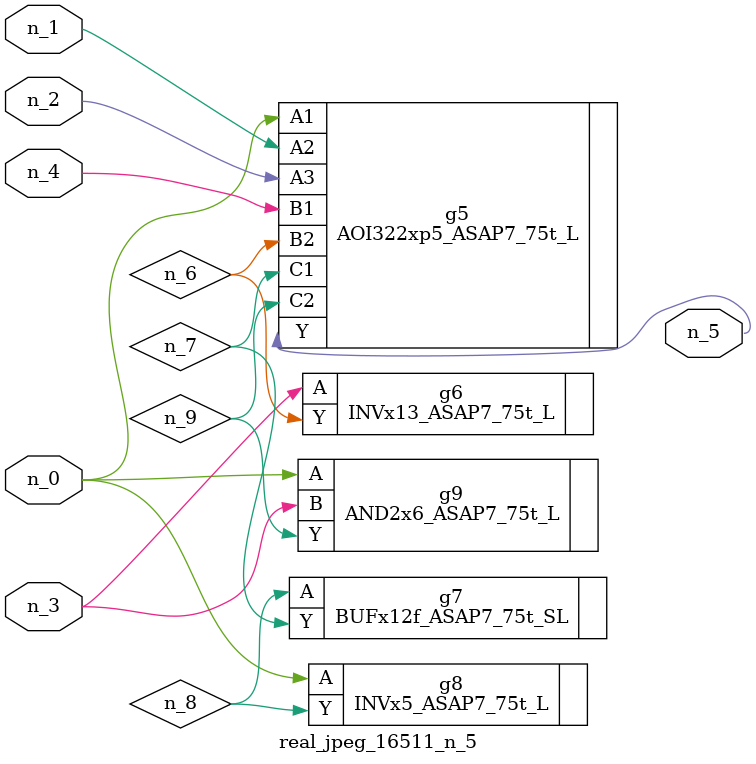
<source format=v>
module real_jpeg_16511_n_5 (n_4, n_0, n_1, n_2, n_3, n_5);

input n_4;
input n_0;
input n_1;
input n_2;
input n_3;

output n_5;

wire n_8;
wire n_6;
wire n_7;
wire n_9;

AOI322xp5_ASAP7_75t_L g5 ( 
.A1(n_0),
.A2(n_1),
.A3(n_2),
.B1(n_4),
.B2(n_6),
.C1(n_7),
.C2(n_9),
.Y(n_5)
);

INVx5_ASAP7_75t_L g8 ( 
.A(n_0),
.Y(n_8)
);

AND2x6_ASAP7_75t_L g9 ( 
.A(n_0),
.B(n_3),
.Y(n_9)
);

INVx13_ASAP7_75t_L g6 ( 
.A(n_3),
.Y(n_6)
);

BUFx12f_ASAP7_75t_SL g7 ( 
.A(n_8),
.Y(n_7)
);


endmodule
</source>
